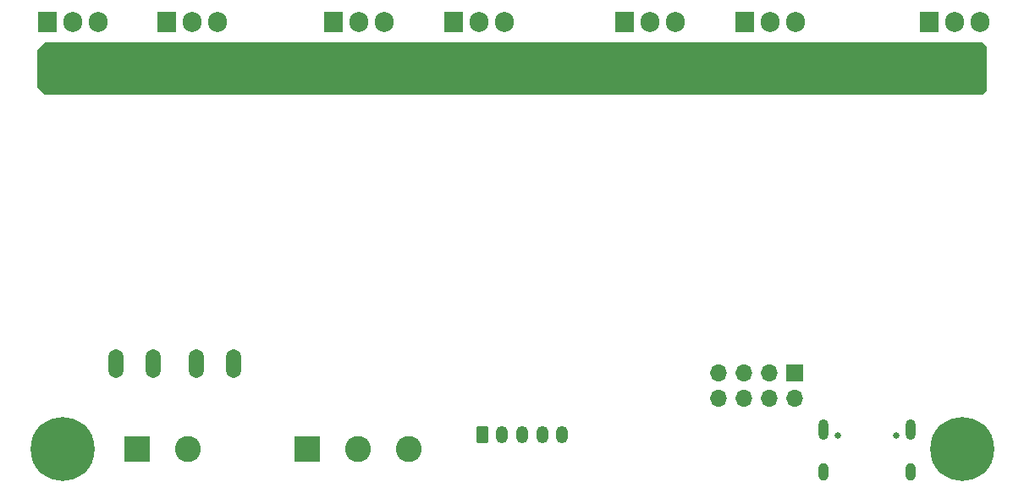
<source format=gbr>
%TF.GenerationSoftware,KiCad,Pcbnew,8.0.5-8.0.5-0~ubuntu24.04.1*%
%TF.CreationDate,2024-10-01T16:14:09+02:00*%
%TF.ProjectId,TFG-Brushless-ESC,5446472d-4272-4757-9368-6c6573732d45,rev?*%
%TF.SameCoordinates,Original*%
%TF.FileFunction,Soldermask,Bot*%
%TF.FilePolarity,Negative*%
%FSLAX46Y46*%
G04 Gerber Fmt 4.6, Leading zero omitted, Abs format (unit mm)*
G04 Created by KiCad (PCBNEW 8.0.5-8.0.5-0~ubuntu24.04.1) date 2024-10-01 16:14:09*
%MOMM*%
%LPD*%
G01*
G04 APERTURE LIST*
G04 Aperture macros list*
%AMRoundRect*
0 Rectangle with rounded corners*
0 $1 Rounding radius*
0 $2 $3 $4 $5 $6 $7 $8 $9 X,Y pos of 4 corners*
0 Add a 4 corners polygon primitive as box body*
4,1,4,$2,$3,$4,$5,$6,$7,$8,$9,$2,$3,0*
0 Add four circle primitives for the rounded corners*
1,1,$1+$1,$2,$3*
1,1,$1+$1,$4,$5*
1,1,$1+$1,$6,$7*
1,1,$1+$1,$8,$9*
0 Add four rect primitives between the rounded corners*
20,1,$1+$1,$2,$3,$4,$5,0*
20,1,$1+$1,$4,$5,$6,$7,0*
20,1,$1+$1,$6,$7,$8,$9,0*
20,1,$1+$1,$8,$9,$2,$3,0*%
G04 Aperture macros list end*
%ADD10RoundRect,0.250000X-0.350000X-0.625000X0.350000X-0.625000X0.350000X0.625000X-0.350000X0.625000X0*%
%ADD11O,1.200000X1.750000*%
%ADD12C,0.650000*%
%ADD13O,1.000000X2.100000*%
%ADD14O,1.000000X1.800000*%
%ADD15R,1.905000X2.000000*%
%ADD16O,1.905000X2.000000*%
%ADD17O,1.500000X2.900000*%
%ADD18C,0.800000*%
%ADD19C,6.400000*%
%ADD20O,1.700000X1.700000*%
%ADD21R,1.700000X1.700000*%
%ADD22R,2.600000X2.600000*%
%ADD23C,2.600000*%
G04 APERTURE END LIST*
D10*
%TO.C,J4*%
X91276000Y-160078000D03*
D11*
X93276000Y-160078000D03*
X95276000Y-160078000D03*
X97276000Y-160078000D03*
X99276000Y-160078000D03*
%TD*%
D12*
%TO.C,J2*%
X126886000Y-160113000D03*
X132666000Y-160113000D03*
D13*
X125456000Y-159593000D03*
D14*
X125456000Y-163793000D03*
D13*
X134096000Y-159593000D03*
D14*
X134096000Y-163793000D03*
%TD*%
D15*
%TO.C,Q4*%
X88436000Y-118743000D03*
D16*
X90976000Y-118743000D03*
X93516000Y-118743000D03*
%TD*%
D17*
%TO.C,F1*%
X66376000Y-152928000D03*
X62676000Y-152928000D03*
X58376000Y-152928000D03*
X54676000Y-152928000D03*
%TD*%
D15*
%TO.C,U2*%
X135986000Y-118723000D03*
D16*
X138526000Y-118723000D03*
X141066000Y-118723000D03*
%TD*%
D18*
%TO.C,REF\u002A\u002A*%
X136876000Y-161528000D03*
X137578944Y-159830944D03*
X137578944Y-163225056D03*
X139276000Y-159128000D03*
D19*
X139276000Y-161528000D03*
D18*
X139276000Y-163928000D03*
X140973056Y-159830944D03*
X140973056Y-163225056D03*
X141676000Y-161528000D03*
%TD*%
D15*
%TO.C,Q3*%
X76436000Y-118743000D03*
D16*
X78976000Y-118743000D03*
X81516000Y-118743000D03*
%TD*%
D15*
%TO.C,Q2*%
X59736000Y-118723000D03*
D16*
X62276000Y-118723000D03*
X64816000Y-118723000D03*
%TD*%
D15*
%TO.C,Q1*%
X47736000Y-118723000D03*
D16*
X50276000Y-118723000D03*
X52816000Y-118723000D03*
%TD*%
D15*
%TO.C,Q5*%
X105526000Y-118778000D03*
D16*
X108066000Y-118778000D03*
X110606000Y-118778000D03*
%TD*%
D20*
%TO.C,J5*%
X114956000Y-156418000D03*
X114956000Y-153878000D03*
X117496000Y-156418000D03*
X117496000Y-153878000D03*
X120036000Y-156418000D03*
X120036000Y-153878000D03*
X122576000Y-156418000D03*
D21*
X122576000Y-153878000D03*
%TD*%
D22*
%TO.C,J1*%
X73776000Y-161528000D03*
D23*
X78856000Y-161528000D03*
X83936000Y-161528000D03*
%TD*%
D18*
%TO.C,REF\u002A\u002A*%
X46876000Y-161528000D03*
X47578944Y-159830944D03*
X47578944Y-163225056D03*
X49276000Y-159128000D03*
D19*
X49276000Y-161528000D03*
D18*
X49276000Y-163928000D03*
X50973056Y-159830944D03*
X50973056Y-163225056D03*
X51676000Y-161528000D03*
%TD*%
D15*
%TO.C,Q6*%
X117526000Y-118778000D03*
D16*
X120066000Y-118778000D03*
X122606000Y-118778000D03*
%TD*%
D22*
%TO.C,J6*%
X56776000Y-161528000D03*
D23*
X61856000Y-161528000D03*
%TD*%
G36*
X141291677Y-120797685D02*
G01*
X141312319Y-120814319D01*
X141739681Y-121241681D01*
X141773166Y-121303004D01*
X141776000Y-121329362D01*
X141776000Y-125476638D01*
X141756315Y-125543677D01*
X141739681Y-125564319D01*
X141312319Y-125991681D01*
X141250996Y-126025166D01*
X141224638Y-126028000D01*
X47577362Y-126028000D01*
X47510323Y-126008315D01*
X47489681Y-125991681D01*
X46812319Y-125314319D01*
X46778834Y-125252996D01*
X46776000Y-125226638D01*
X46776000Y-121579362D01*
X46795685Y-121512323D01*
X46812319Y-121491681D01*
X47489681Y-120814319D01*
X47551004Y-120780834D01*
X47577362Y-120778000D01*
X141224638Y-120778000D01*
X141291677Y-120797685D01*
G37*
M02*

</source>
